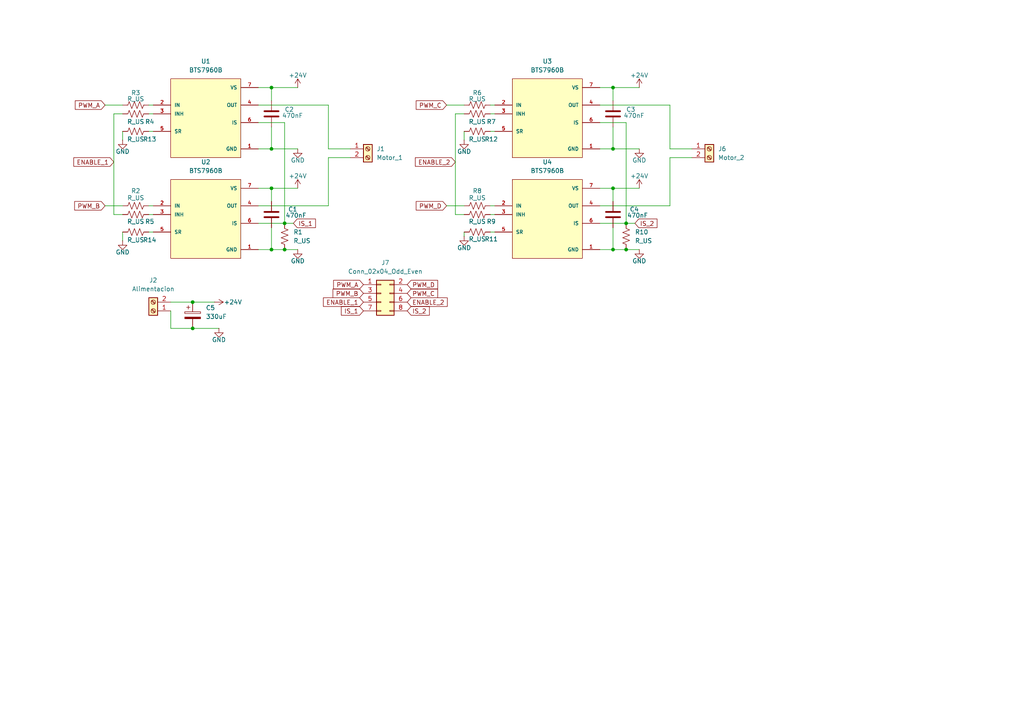
<source format=kicad_sch>
(kicad_sch (version 20250114) (generator "eeschema") (generator_version "9.0")
  (paper "A4")
  (lib_symbols
    (symbol "Connector:Screw_Terminal_01x02" (pin_names (offset 1.016) (hide yes))
      (property "Reference" "J" (at 0 2.54 0))
      (property "Value" "Screw_Terminal_01x02" (at 0 -5.08 0))
      (symbol "Screw_Terminal_01x02_1_1"
        (rectangle (start -1.27 1.27) (end 1.27 -3.81) (stroke (width 0.254)) (fill (type background)))
        (polyline (pts (xy -0.5334 0.3302) (xy 0.3302 -0.508)) (stroke (width 0.1524)))
        (polyline (pts (xy -0.5334 -2.2098) (xy 0.3302 -3.048)) (stroke (width 0.1524)))
        (polyline (pts (xy -0.3556 0.508) (xy 0.508 -0.3302)) (stroke (width 0.1524)))
        (polyline (pts (xy -0.3556 -2.032) (xy 0.508 -2.8702)) (stroke (width 0.1524)))
        (circle (center 0 0) (radius 0.635) (stroke (width 0.1524)))
        (circle (center 0 -2.54) (radius 0.635) (stroke (width 0.1524)))
        (pin passive line (at -5.08 0 0) (length 3.81) (name "Pin_1") (number "1"))
        (pin passive line (at -5.08 -2.54 0) (length 3.81) (name "Pin_2") (number "2"))
      )
    )
    (symbol "Connector_Generic:Conn_02x04_Odd_Even" (pin_names (offset 1.016) (hide yes))
      (property "Reference" "J" (at 1.27 5.08 0))
      (property "Value" "Conn_02x04_Odd_Even" (at 1.27 -7.62 0))
      (symbol "Conn_02x04_Odd_Even_1_1"
        (rectangle (start -1.27 3.81) (end 3.81 -6.35) (stroke (width 0.254)) (fill (type background)))
        (rectangle (start -1.27 2.667) (end 0 2.413) (stroke (width 0.1524)))
        (rectangle (start -1.27 0.127) (end 0 -0.127) (stroke (width 0.1524)))
        (rectangle (start -1.27 -2.413) (end 0 -2.667) (stroke (width 0.1524)))
        (rectangle (start -1.27 -4.953) (end 0 -5.207) (stroke (width 0.1524)))
        (rectangle (start 3.81 2.667) (end 2.54 2.413) (stroke (width 0.1524)))
        (rectangle (start 3.81 0.127) (end 2.54 -0.127) (stroke (width 0.1524)))
        (rectangle (start 3.81 -2.413) (end 2.54 -2.667) (stroke (width 0.1524)))
        (rectangle (start 3.81 -4.953) (end 2.54 -5.207) (stroke (width 0.1524)))
        (pin passive line (at -5.08 2.54 0) (length 3.81) (name "Pin_1") (number "1"))
        (pin passive line (at -5.08 0 0) (length 3.81) (name "Pin_3") (number "3"))
        (pin passive line (at -5.08 -2.54 0) (length 3.81) (name "Pin_5") (number "5"))
        (pin passive line (at -5.08 -5.08 0) (length 3.81) (name "Pin_7") (number "7"))
        (pin passive line (at 7.62 2.54 180) (length 3.81) (name "Pin_2") (number "2"))
        (pin passive line (at 7.62 0 180) (length 3.81) (name "Pin_4") (number "4"))
        (pin passive line (at 7.62 -2.54 180) (length 3.81) (name "Pin_6") (number "6"))
        (pin passive line (at 7.62 -5.08 180) (length 3.81) (name "Pin_8") (number "8"))
      )
    )
    (symbol "Device:C" (pin_numbers (hide yes)) (pin_names (offset 0.254))
      (property "Reference" "C" (at 0.635 2.54 0))
      (property "Value" "C" (at 0.635 -2.54 0))
      (symbol "C_0_1"
        (polyline (pts (xy -2.032 0.762) (xy 2.032 0.762)) (stroke (width 0.508)))
        (polyline (pts (xy -2.032 -0.762) (xy 2.032 -0.762)) (stroke (width 0.508)))
      )
      (symbol "C_1_1"
        (pin passive line (at 0 3.81 270) (length 2.794) (name "~") (number "1"))
        (pin passive line (at 0 -3.81 90) (length 2.794) (name "~") (number "2"))
      )
    )
    (symbol "Device:C_Polarized" (pin_numbers (hide yes)) (pin_names (offset 0.254))
      (property "Reference" "C" (at 0.635 2.54 0))
      (property "Value" "C_Polarized" (at 0.635 -2.54 0))
      (symbol "C_Polarized_0_1"
        (rectangle (start -2.286 0.508) (end 2.286 1.016))
        (polyline (pts (xy -1.778 2.286) (xy -0.762 2.286)))
        (polyline (pts (xy -1.27 2.794) (xy -1.27 1.778)))
        (rectangle (start 2.286 -0.508) (end -2.286 -1.016) (fill (type outline)))
      )
      (symbol "C_Polarized_1_1"
        (pin passive line (at 0 3.81 270) (length 2.794) (name "~") (number "1"))
        (pin passive line (at 0 -3.81 90) (length 2.794) (name "~") (number "2"))
      )
    )
    (symbol "Device:R_US" (pin_numbers (hide yes)) (pin_names (offset 0))
      (property "Reference" "R" (at 2.54 0 90))
      (property "Value" "R_US" (at -2.54 0 90))
      (symbol "R_US_0_1"
        (polyline (pts (xy 0 2.286) (xy 0 2.54)))
        (polyline (pts (xy 0 2.286) (xy 1.016 1.905) (xy 0 1.524) (xy -1.016 1.143) (xy 0 0.762)))
        (polyline (pts (xy 0 0.762) (xy 1.016 0.381) (xy 0 0) (xy -1.016 -0.381) (xy 0 -0.762)))
        (polyline (pts (xy 0 -0.762) (xy 1.016 -1.143) (xy 0 -1.524) (xy -1.016 -1.905) (xy 0 -2.286)))
        (polyline (pts (xy 0 -2.286) (xy 0 -2.54)))
      )
      (symbol "R_US_1_1"
        (pin passive line (at 0 3.81 270) (length 1.27) (name "~") (number "1"))
        (pin passive line (at 0 -3.81 90) (length 1.27) (name "~") (number "2"))
      )
    )
    (symbol "Electronianos_Lib:BTS7960B" (pin_names (offset 1.016))
      (property "Reference" "U" (at -10.16 10.922 0))
      (property "Value" "BTS7960B" (at -10.16 -15.24 0))
      (symbol "BTS7960B_0_0"
        (rectangle (start -10.16 -12.7) (end 10.16 10.16) (stroke (width 0.1524)) (fill (type background)))
        (pin input line (at -15.24 2.54 0) (length 5.08) (name "IN") (number "2"))
        (pin input line (at -15.24 0 0) (length 5.08) (name "INH") (number "3"))
        (pin input line (at -15.24 -5.08 0) (length 5.08) (name "SR") (number "5"))
        (pin power_in line (at 15.24 7.62 180) (length 5.08) (name "VS") (number "7"))
        (pin output line (at 15.24 2.54 180) (length 5.08) (name "OUT") (number "4"))
        (pin output line (at 15.24 2.54 180) (length 5.08) (hide yes) (name "OUT") (number "8"))
        (pin output line (at 15.24 -2.54 180) (length 5.08) (name "IS") (number "6"))
        (pin power_in line (at 15.24 -10.16 180) (length 5.08) (name "GND") (number "1"))
      )
    )
    (symbol "power:+24V" (power) (pin_numbers (hide yes)) (pin_names (offset 0) (hide yes))
      (property "Value" "+24V" (at 0 3.556 0))
      (symbol "+24V_0_1"
        (polyline (pts (xy -0.762 1.27) (xy 0 2.54)))
        (polyline (pts (xy 0 2.54) (xy 0.762 1.27)))
        (polyline (pts (xy 0 0) (xy 0 2.54)))
      )
      (symbol "+24V_1_1"
        (pin power_in line (at 0 0 90) (length 0) (name "~") (number "1"))
      )
    )
    (symbol "power:GND" (power) (pin_numbers (hide yes)) (pin_names (offset 0) (hide yes))
      (property "Value" "GND" (at 0 -3.81 0))
      (symbol "GND_0_1"
        (polyline (pts (xy 0 0) (xy 0 -1.27) (xy 1.27 -1.27) (xy 0 -2.54) (xy -1.27 -1.27) (xy 0 -1.27)))
      )
      (symbol "GND_1_1"
        (pin power_in line (at 0 0 270) (length 0) (name "~") (number "1"))
      )
    )
  )
  (junction (at 177.8 54.61))
  (junction (at 177.8 72.39))
  (junction (at 78.74 72.39))
  (junction (at 78.74 43.18))
  (junction (at 177.8 25.4))
  (junction (at 181.61 64.77))
  (junction (at 181.61 72.39))
  (junction (at 177.8 43.18))
  (junction (at 78.74 54.61))
  (junction (at 55.88 87.63))
  (junction (at 78.74 25.4))
  (junction (at 82.55 72.39))
  (junction (at 55.88 95.25))
  (junction (at 82.55 64.77))
  (wire (pts (xy 194.31 59.69) (xy 194.31 45.72)))
  (wire (pts (xy 177.8 66.04) (xy 177.8 72.39)))
  (wire (pts (xy 142.24 67.31) (xy 143.51 67.31)))
  (wire (pts (xy 185.42 72.39) (xy 181.61 72.39)))
  (wire (pts (xy 86.36 25.4) (xy 78.74 25.4)))
  (wire (pts (xy 55.88 87.63) (xy 49.53 87.63)))
  (wire (pts (xy 177.8 36.83) (xy 177.8 43.18)))
  (wire (pts (xy 82.55 35.56) (xy 82.55 64.77)))
  (wire (pts (xy 55.88 95.25) (xy 49.53 95.25)))
  (wire (pts (xy 177.8 54.61) (xy 177.8 58.42)))
  (wire (pts (xy 86.36 54.61) (xy 78.74 54.61)))
  (wire (pts (xy 194.31 30.48) (xy 194.31 43.18)))
  (wire (pts (xy 78.74 43.18) (xy 74.93 43.18)))
  (wire (pts (xy 134.62 33.02) (xy 132.08 33.02)))
  (wire (pts (xy 143.51 33.02) (xy 142.24 33.02)))
  (wire (pts (xy 33.02 62.23) (xy 35.56 62.23)))
  (wire (pts (xy 35.56 33.02) (xy 33.02 33.02)))
  (wire (pts (xy 194.31 45.72) (xy 200.66 45.72)))
  (wire (pts (xy 184.15 64.77) (xy 181.61 64.77)))
  (wire (pts (xy 30.48 30.48) (xy 35.56 30.48)))
  (wire (pts (xy 30.48 59.69) (xy 35.56 59.69)))
  (wire (pts (xy 35.56 67.31) (xy 35.56 69.85)))
  (wire (pts (xy 43.18 30.48) (xy 44.45 30.48)))
  (wire (pts (xy 181.61 72.39) (xy 177.8 72.39)))
  (wire (pts (xy 78.74 54.61) (xy 74.93 54.61)))
  (wire (pts (xy 142.24 62.23) (xy 143.51 62.23)))
  (wire (pts (xy 43.18 62.23) (xy 44.45 62.23)))
  (wire (pts (xy 129.54 59.69) (xy 134.62 59.69)))
  (wire (pts (xy 74.93 35.56) (xy 82.55 35.56)))
  (wire (pts (xy 62.23 87.63) (xy 55.88 87.63)))
  (wire (pts (xy 95.25 45.72) (xy 101.6 45.72)))
  (wire (pts (xy 43.18 67.31) (xy 44.45 67.31)))
  (wire (pts (xy 173.99 30.48) (xy 194.31 30.48)))
  (wire (pts (xy 177.8 25.4) (xy 177.8 29.21)))
  (wire (pts (xy 43.18 59.69) (xy 44.45 59.69)))
  (wire (pts (xy 181.61 64.77) (xy 173.99 64.77)))
  (wire (pts (xy 177.8 54.61) (xy 173.99 54.61)))
  (wire (pts (xy 134.62 38.1) (xy 134.62 40.64)))
  (wire (pts (xy 33.02 33.02) (xy 33.02 62.23)))
  (wire (pts (xy 85.09 64.77) (xy 82.55 64.77)))
  (wire (pts (xy 78.74 66.04) (xy 78.74 72.39)))
  (wire (pts (xy 63.5 95.25) (xy 55.88 95.25)))
  (wire (pts (xy 78.74 43.18) (xy 86.36 43.18)))
  (wire (pts (xy 74.93 59.69) (xy 95.25 59.69)))
  (wire (pts (xy 194.31 43.18) (xy 200.66 43.18)))
  (wire (pts (xy 74.93 30.48) (xy 95.25 30.48)))
  (wire (pts (xy 78.74 72.39) (xy 74.93 72.39)))
  (wire (pts (xy 142.24 59.69) (xy 143.51 59.69)))
  (wire (pts (xy 142.24 30.48) (xy 143.51 30.48)))
  (wire (pts (xy 49.53 95.25) (xy 49.53 90.17)))
  (wire (pts (xy 142.24 38.1) (xy 143.51 38.1)))
  (wire (pts (xy 78.74 25.4) (xy 78.74 29.21)))
  (wire (pts (xy 177.8 43.18) (xy 185.42 43.18)))
  (wire (pts (xy 82.55 72.39) (xy 78.74 72.39)))
  (wire (pts (xy 82.55 64.77) (xy 74.93 64.77)))
  (wire (pts (xy 95.25 59.69) (xy 95.25 45.72)))
  (wire (pts (xy 134.62 67.31) (xy 134.62 68.58)))
  (wire (pts (xy 177.8 72.39) (xy 173.99 72.39)))
  (wire (pts (xy 43.18 38.1) (xy 44.45 38.1)))
  (wire (pts (xy 86.36 72.39) (xy 82.55 72.39)))
  (wire (pts (xy 78.74 54.61) (xy 78.74 58.42)))
  (wire (pts (xy 78.74 36.83) (xy 78.74 43.18)))
  (wire (pts (xy 44.45 33.02) (xy 43.18 33.02)))
  (wire (pts (xy 95.25 43.18) (xy 101.6 43.18)))
  (wire (pts (xy 177.8 43.18) (xy 173.99 43.18)))
  (wire (pts (xy 185.42 25.4) (xy 177.8 25.4)))
  (wire (pts (xy 173.99 35.56) (xy 181.61 35.56)))
  (wire (pts (xy 132.08 33.02) (xy 132.08 62.23)))
  (wire (pts (xy 181.61 35.56) (xy 181.61 64.77)))
  (wire (pts (xy 173.99 59.69) (xy 194.31 59.69)))
  (wire (pts (xy 132.08 62.23) (xy 134.62 62.23)))
  (wire (pts (xy 129.54 30.48) (xy 134.62 30.48)))
  (wire (pts (xy 78.74 25.4) (xy 74.93 25.4)))
  (wire (pts (xy 95.25 30.48) (xy 95.25 43.18)))
  (wire (pts (xy 185.42 54.61) (xy 177.8 54.61)))
  (wire (pts (xy 35.56 38.1) (xy 35.56 40.64)))
  (wire (pts (xy 177.8 25.4) (xy 173.99 25.4)))
  (global_label "PWM_D" (shape input) (at 118.11 82.55 0) (property "Intersheetrefs" "${INTERSHEET_REFS}" (effects (hide yes))))
  (global_label "IS_2" (shape input) (at 184.15 64.77 0) (property "Intersheetrefs" "${INTERSHEET_REFS}" (effects (hide yes))))
  (global_label "PWM_A" (shape input) (at 30.48 30.48 180) (property "Intersheetrefs" "${INTERSHEET_REFS}" (effects (hide yes))))
  (global_label "IS_2" (shape input) (at 118.11 90.17 0) (property "Intersheetrefs" "${INTERSHEET_REFS}" (effects (hide yes))))
  (global_label "ENABLE_1" (shape input) (at 105.41 87.63 180) (property "Intersheetrefs" "${INTERSHEET_REFS}" (effects (hide yes))))
  (global_label "PWM_A" (shape input) (at 105.41 82.55 180) (property "Intersheetrefs" "${INTERSHEET_REFS}" (effects (hide yes))))
  (global_label "PWM_C" (shape input) (at 129.54 30.48 180) (property "Intersheetrefs" "${INTERSHEET_REFS}" (effects (hide yes))))
  (global_label "ENABLE_2" (shape input) (at 132.08 46.99 180) (property "Intersheetrefs" "${INTERSHEET_REFS}" (effects (hide yes))))
  (global_label "ENABLE_2" (shape input) (at 118.11 87.63 0) (property "Intersheetrefs" "${INTERSHEET_REFS}" (effects (hide yes))))
  (global_label "IS_1" (shape input) (at 105.41 90.17 180) (property "Intersheetrefs" "${INTERSHEET_REFS}" (effects (hide yes))))
  (global_label "PWM_B" (shape input) (at 105.41 85.09 180) (property "Intersheetrefs" "${INTERSHEET_REFS}" (effects (hide yes))))
  (global_label "PWM_D" (shape input) (at 129.54 59.69 180) (property "Intersheetrefs" "${INTERSHEET_REFS}" (effects (hide yes))))
  (global_label "PWM_C" (shape input) (at 118.11 85.09 0) (property "Intersheetrefs" "${INTERSHEET_REFS}" (effects (hide yes))))
  (global_label "PWM_B" (shape input) (at 30.48 59.69 180) (property "Intersheetrefs" "${INTERSHEET_REFS}" (effects (hide yes))))
  (global_label "ENABLE_1" (shape input) (at 33.02 46.99 180) (property "Intersheetrefs" "${INTERSHEET_REFS}" (effects (hide yes))))
  (global_label "IS_1" (shape input) (at 85.09 64.77 0) (property "Intersheetrefs" "${INTERSHEET_REFS}" (effects (hide yes))))
  (symbol (lib_id "Device:R_US") (at 39.37 33.02 270) (unit 1)
    (property "Reference" "R4" (at 43.434 35.306 90))
    (property "Value" "R_US" (at 39.37 35.306 90))
    (property "Footprint" "Resistor_SMD:R_0805_2012Metric_Pad1.20x1.40mm_HandSolder" (effects (hide yes)))
    (property "Description" "Resistor, US symbol" (effects (hide yes)))
  )
  (symbol (lib_id "Device:R_US") (at 39.37 38.1 270) (unit 1)
    (property "Reference" "R13" (at 43.434 40.386 90))
    (property "Value" "R_US" (at 39.37 40.386 90))
    (property "Footprint" "Resistor_SMD:R_0805_2012Metric_Pad1.20x1.40mm_HandSolder" (effects (hide yes)))
    (property "Description" "Resistor, US symbol" (effects (hide yes)))
  )
  (symbol (lib_id "Device:R_US") (at 39.37 67.31 270) (unit 1)
    (property "Reference" "R14" (at 43.434 69.596 90))
    (property "Value" "R_US" (at 39.37 69.596 90))
    (property "Footprint" "Resistor_SMD:R_0805_2012Metric_Pad1.20x1.40mm_HandSolder" (effects (hide yes)))
    (property "Description" "Resistor, US symbol" (effects (hide yes)))
  )
  (symbol (lib_id "Electronianos_Lib:BTS7960B") (at 59.69 33.02 0) (unit 1)
    (property "Reference" "U1" (at 59.69 17.78 0))
    (property "Value" "BTS7960B" (at 59.69 20.32 0))
    (property "Footprint" "Electronianos_Lib:BTS7960B_DPAK127P1490X440-8N" (effects (hide yes)))
    (property "MF" "Infineon" (effects (hide yes)))
    (property "MAXIMUM_PACKAGE_HEIGHT" "4.4mm" (effects (hide yes)))
    (property "Package" "TO-263 Infineon" (effects (hide yes)))
    (property "Price" "None" (effects (hide yes)))
    (property "Check_prices" "https://www.snapeda.com/parts/BTS7960B/Infineon/view-part/?ref=eda" (effects (hide yes)))
    (property "STANDARD" "IPC-7351B" (effects (hide yes)))
    (property "PARTREV" "1.1" (effects (hide yes)))
    (property "SnapEDA_Link" "https://www.snapeda.com/parts/BTS7960B/Infineon/view-part/?ref=snap" (effects (hide yes)))
    (property "MP" "BTS7960B" (effects (hide yes)))
    (property "Purchase-URL" "https://www.snapeda.com/api/url_track_click_mouser/?unipart_id=567474&manufacturer=Infineon&part_name=BTS7960B&search_term=None" (effects (hide yes)))
    (property "Description_1" "Half Bridge Driver DC Motors, General Purpose DMOS PG-TO263-7-1" (effects (hide yes)))
    (property "Availability" "In Stock" (effects (hide yes)))
    (property "MANUFACTURER" "Infineon" (effects (hide yes)))
  )
  (symbol (lib_id "power:+24V") (at 86.36 25.4 0) (unit 1)
    (property "Reference" "#PWR07" (effects (hide yes)))
    (property "Value" "+24V" (at 86.36 21.844 0))
    (property "Description" "Power symbol creates a global label with name \"+24V\"" (effects (hide yes)))
  )
  (symbol (lib_id "power:GND") (at 86.36 43.18 0) (unit 1)
    (property "Reference" "#PWR04" (effects (hide yes)))
    (property "Value" "GND" (at 86.36 46.482 0))
    (property "Description" "Power symbol creates a global label with name \"GND\" , ground" (effects (hide yes)))
  )
  (symbol (lib_id "Device:C_Polarized") (at 55.88 91.44 0) (unit 1)
    (property "Reference" "C5" (at 59.69 89.2809 0) (effects (justify left)))
    (property "Value" "330uF" (at 59.69 91.8209 0) (effects (justify left)))
    (property "Footprint" "Capacitor_THT:CP_Radial_D8.0mm_P3.80mm" (effects (hide yes)))
    (property "Description" "Polarized capacitor" (effects (hide yes)))
  )
  (symbol (lib_id "Device:R_US") (at 138.43 62.23 270) (unit 1)
    (property "Reference" "R9" (at 142.494 64.262 90))
    (property "Value" "R_US" (at 138.43 64.262 90))
    (property "Footprint" "Resistor_SMD:R_0805_2012Metric_Pad1.20x1.40mm_HandSolder" (effects (hide yes)))
    (property "Description" "Resistor, US symbol" (effects (hide yes)))
  )
  (symbol (lib_id "Device:C") (at 78.74 33.02 0) (unit 1)
    (property "Reference" "C2" (at 82.55 31.7499 0) (effects (justify left)))
    (property "Value" "470nF" (at 81.788 33.528 0) (effects (justify left)))
    (property "Footprint" "Capacitor_SMD:C_0805_2012Metric_Pad1.18x1.45mm_HandSolder" (effects (hide yes)))
    (property "Description" "Unpolarized capacitor" (effects (hide yes)))
  )
  (symbol (lib_id "Device:R_US") (at 181.61 68.58 0) (unit 1)
    (property "Reference" "R10" (at 184.15 67.3099 0) (effects (justify left)))
    (property "Value" "R_US" (at 184.15 69.8499 0) (effects (justify left)))
    (property "Footprint" "Resistor_SMD:R_0805_2012Metric_Pad1.20x1.40mm_HandSolder" (effects (hide yes)))
    (property "Description" "Resistor, US symbol" (effects (hide yes)))
  )
  (symbol (lib_id "Connector_Generic:Conn_02x04_Odd_Even") (at 110.49 85.09 0) (unit 1)
    (property "Reference" "J7" (at 111.76 76.2 0))
    (property "Value" "Conn_02x04_Odd_Even" (at 111.76 78.74 0))
    (property "Footprint" "Connector_PinHeader_2.54mm:PinHeader_2x04_P2.54mm_Horizontal" (effects (hide yes)))
    (property "Description" "Generic connector, double row, 02x04, odd/even pin numbering scheme (row 1 odd numbers, row 2 even numbers), script generated (kicad-library-utils/schlib/autogen/connector/)" (effects (hide yes)))
  )
  (symbol (lib_id "Electronianos_Lib:BTS7960B") (at 59.69 62.23 0) (unit 1)
    (property "Reference" "U2" (at 59.69 46.99 0))
    (property "Value" "BTS7960B" (at 59.69 49.53 0))
    (property "Footprint" "Electronianos_Lib:BTS7960B_DPAK127P1490X440-8N" (effects (hide yes)))
    (property "MF" "Infineon" (effects (hide yes)))
    (property "MAXIMUM_PACKAGE_HEIGHT" "4.4mm" (effects (hide yes)))
    (property "Package" "TO-263 Infineon" (effects (hide yes)))
    (property "Price" "None" (effects (hide yes)))
    (property "Check_prices" "https://www.snapeda.com/parts/BTS7960B/Infineon/view-part/?ref=eda" (effects (hide yes)))
    (property "STANDARD" "IPC-7351B" (effects (hide yes)))
    (property "PARTREV" "1.1" (effects (hide yes)))
    (property "SnapEDA_Link" "https://www.snapeda.com/parts/BTS7960B/Infineon/view-part/?ref=snap" (effects (hide yes)))
    (property "MP" "BTS7960B" (effects (hide yes)))
    (property "Purchase-URL" "https://www.snapeda.com/api/url_track_click_mouser/?unipart_id=567474&manufacturer=Infineon&part_name=BTS7960B&search_term=None" (effects (hide yes)))
    (property "Description_1" "Half Bridge Driver DC Motors, General Purpose DMOS PG-TO263-7-1" (effects (hide yes)))
    (property "Availability" "In Stock" (effects (hide yes)))
    (property "MANUFACTURER" "Infineon" (effects (hide yes)))
  )
  (symbol (lib_id "Device:R_US") (at 138.43 59.69 270) (unit 1)
    (property "Reference" "R8" (at 138.43 55.372 90))
    (property "Value" "R_US" (at 138.43 57.404 90))
    (property "Footprint" "Resistor_SMD:R_0805_2012Metric_Pad1.20x1.40mm_HandSolder" (effects (hide yes)))
    (property "Description" "Resistor, US symbol" (effects (hide yes)))
  )
  (symbol (lib_id "Device:C") (at 78.74 62.23 0) (unit 1)
    (property "Reference" "C1" (at 83.566 60.706 0) (effects (justify left)))
    (property "Value" "470nF" (at 82.804 62.484 0) (effects (justify left)))
    (property "Footprint" "Capacitor_SMD:C_0805_2012Metric_Pad1.18x1.45mm_HandSolder" (effects (hide yes)))
    (property "Description" "Unpolarized capacitor" (effects (hide yes)))
  )
  (symbol (lib_id "power:GND") (at 134.62 40.64 0) (unit 1)
    (property "Reference" "#PWR05" (effects (hide yes)))
    (property "Value" "GND" (at 134.62 43.942 0))
    (property "Description" "Power symbol creates a global label with name \"GND\" , ground" (effects (hide yes)))
  )
  (symbol (lib_id "Device:R_US") (at 138.43 38.1 270) (unit 1)
    (property "Reference" "R12" (at 142.494 40.386 90))
    (property "Value" "R_US" (at 138.43 40.386 90))
    (property "Footprint" "Resistor_SMD:R_0805_2012Metric_Pad1.20x1.40mm_HandSolder" (effects (hide yes)))
    (property "Description" "Resistor, US symbol" (effects (hide yes)))
  )
  (symbol (lib_id "Device:C") (at 177.8 33.02 0) (unit 1)
    (property "Reference" "C3" (at 181.61 31.7499 0) (effects (justify left)))
    (property "Value" "470nF" (at 180.848 33.528 0) (effects (justify left)))
    (property "Footprint" "Capacitor_SMD:C_0805_2012Metric_Pad1.18x1.45mm_HandSolder" (effects (hide yes)))
    (property "Description" "Unpolarized capacitor" (effects (hide yes)))
  )
  (symbol (lib_id "power:GND") (at 134.62 68.58 0) (unit 1)
    (property "Reference" "#PWR08" (effects (hide yes)))
    (property "Value" "GND" (at 134.62 71.882 0))
    (property "Description" "Power symbol creates a global label with name \"GND\" , ground" (effects (hide yes)))
  )
  (symbol (lib_id "Electronianos_Lib:BTS7960B") (at 158.75 62.23 0) (unit 1)
    (property "Reference" "U4" (at 158.75 46.99 0))
    (property "Value" "BTS7960B" (at 158.75 49.53 0))
    (property "Footprint" "Electronianos_Lib:BTS7960B_DPAK127P1490X440-8N" (effects (hide yes)))
    (property "MF" "Infineon" (effects (hide yes)))
    (property "MAXIMUM_PACKAGE_HEIGHT" "4.4mm" (effects (hide yes)))
    (property "Package" "TO-263 Infineon" (effects (hide yes)))
    (property "Price" "None" (effects (hide yes)))
    (property "Check_prices" "https://www.snapeda.com/parts/BTS7960B/Infineon/view-part/?ref=eda" (effects (hide yes)))
    (property "STANDARD" "IPC-7351B" (effects (hide yes)))
    (property "PARTREV" "1.1" (effects (hide yes)))
    (property "SnapEDA_Link" "https://www.snapeda.com/parts/BTS7960B/Infineon/view-part/?ref=snap" (effects (hide yes)))
    (property "MP" "BTS7960B" (effects (hide yes)))
    (property "Purchase-URL" "https://www.snapeda.com/api/url_track_click_mouser/?unipart_id=567474&manufacturer=Infineon&part_name=BTS7960B&search_term=None" (effects (hide yes)))
    (property "Description_1" "Half Bridge Driver DC Motors, General Purpose DMOS PG-TO263-7-1" (effects (hide yes)))
    (property "Availability" "In Stock" (effects (hide yes)))
    (property "MANUFACTURER" "Infineon" (effects (hide yes)))
  )
  (symbol (lib_id "Connector:Screw_Terminal_01x02") (at 205.74 43.18 0) (unit 1)
    (property "Reference" "J6" (at 208.28 43.1799 0) (effects (justify left)))
    (property "Value" "Motor_2" (at 208.28 45.7199 0) (effects (justify left)))
    (property "Footprint" "Connector_AMASS:AMASS_XT30UPB-F_1x02_P5.0mm_Vertical" (effects (hide yes)))
    (property "Description" "Generic screw terminal, single row, 01x02, script generated (kicad-library-utils/schlib/autogen/connector/)" (effects (hide yes)))
  )
  (symbol (lib_id "Device:C") (at 177.8 62.23 0) (unit 1)
    (property "Reference" "C4" (at 182.626 60.706 0) (effects (justify left)))
    (property "Value" "470nF" (at 181.864 62.484 0) (effects (justify left)))
    (property "Footprint" "Capacitor_SMD:C_0805_2012Metric_Pad1.18x1.45mm_HandSolder" (effects (hide yes)))
    (property "Description" "Unpolarized capacitor" (effects (hide yes)))
  )
  (symbol (lib_id "Connector:Screw_Terminal_01x02") (at 44.45 90.17 180) (unit 1)
    (property "Reference" "J2" (at 44.45 81.28 0))
    (property "Value" "Alimentacion" (at 44.45 83.82 0))
    (property "Footprint" "Connector_AMASS:AMASS_XT30UPB-F_1x02_P5.0mm_Vertical" (effects (hide yes)))
    (property "Description" "Generic screw terminal, single row, 01x02, script generated (kicad-library-utils/schlib/autogen/connector/)" (effects (hide yes)))
  )
  (symbol (lib_id "Device:R_US") (at 138.43 30.48 270) (unit 1)
    (property "Reference" "R6" (at 138.43 26.924 90))
    (property "Value" "R_US" (at 138.43 28.702 90))
    (property "Footprint" "Resistor_SMD:R_0805_2012Metric_Pad1.20x1.40mm_HandSolder" (effects (hide yes)))
    (property "Description" "Resistor, US symbol" (effects (hide yes)))
  )
  (symbol (lib_id "Device:R_US") (at 138.43 33.02 270) (unit 1)
    (property "Reference" "R7" (at 142.494 35.306 90))
    (property "Value" "R_US" (at 138.43 35.306 90))
    (property "Footprint" "Resistor_SMD:R_0805_2012Metric_Pad1.20x1.40mm_HandSolder" (effects (hide yes)))
    (property "Description" "Resistor, US symbol" (effects (hide yes)))
  )
  (symbol (lib_id "power:+24V") (at 185.42 25.4 0) (unit 1)
    (property "Reference" "#PWR09" (effects (hide yes)))
    (property "Value" "+24V" (at 185.42 21.844 0))
    (property "Description" "Power symbol creates a global label with name \"+24V\"" (effects (hide yes)))
  )
  (symbol (lib_id "Electronianos_Lib:BTS7960B") (at 158.75 33.02 0) (unit 1)
    (property "Reference" "U3" (at 158.75 17.78 0))
    (property "Value" "BTS7960B" (at 158.75 20.32 0))
    (property "Footprint" "Electronianos_Lib:BTS7960B_DPAK127P1490X440-8N" (effects (hide yes)))
    (property "MF" "Infineon" (effects (hide yes)))
    (property "MAXIMUM_PACKAGE_HEIGHT" "4.4mm" (effects (hide yes)))
    (property "Package" "TO-263 Infineon" (effects (hide yes)))
    (property "Price" "None" (effects (hide yes)))
    (property "Check_prices" "https://www.snapeda.com/parts/BTS7960B/Infineon/view-part/?ref=eda" (effects (hide yes)))
    (property "STANDARD" "IPC-7351B" (effects (hide yes)))
    (property "PARTREV" "1.1" (effects (hide yes)))
    (property "SnapEDA_Link" "https://www.snapeda.com/parts/BTS7960B/Infineon/view-part/?ref=snap" (effects (hide yes)))
    (property "MP" "BTS7960B" (effects (hide yes)))
    (property "Purchase-URL" "https://www.snapeda.com/api/url_track_click_mouser/?unipart_id=567474&manufacturer=Infineon&part_name=BTS7960B&search_term=None" (effects (hide yes)))
    (property "Description_1" "Half Bridge Driver DC Motors, General Purpose DMOS PG-TO263-7-1" (effects (hide yes)))
    (property "Availability" "In Stock" (effects (hide yes)))
    (property "MANUFACTURER" "Infineon" (effects (hide yes)))
  )
  (symbol (lib_id "power:GND") (at 63.5 95.25 0) (unit 1)
    (property "Reference" "#PWR015" (effects (hide yes)))
    (property "Value" "GND" (at 63.5 98.552 0))
    (property "Description" "Power symbol creates a global label with name \"GND\" , ground" (effects (hide yes)))
  )
  (symbol (lib_id "power:GND") (at 86.36 72.39 0) (unit 1)
    (property "Reference" "#PWR01" (effects (hide yes)))
    (property "Value" "GND" (at 86.36 75.692 0))
    (property "Description" "Power symbol creates a global label with name \"GND\" , ground" (effects (hide yes)))
  )
  (symbol (lib_id "Device:R_US") (at 39.37 59.69 270) (unit 1)
    (property "Reference" "R2" (at 39.37 55.372 90))
    (property "Value" "R_US" (at 39.37 57.404 90))
    (property "Footprint" "Resistor_SMD:R_0805_2012Metric_Pad1.20x1.40mm_HandSolder" (effects (hide yes)))
    (property "Description" "Resistor, US symbol" (effects (hide yes)))
  )
  (symbol (lib_id "power:+24V") (at 86.36 54.61 0) (unit 1)
    (property "Reference" "#PWR06" (effects (hide yes)))
    (property "Value" "+24V" (at 86.36 51.054 0))
    (property "Description" "Power symbol creates a global label with name \"+24V\"" (effects (hide yes)))
  )
  (symbol (lib_id "Device:R_US") (at 138.43 67.31 270) (unit 1)
    (property "Reference" "R11" (at 142.494 69.342 90))
    (property "Value" "R_US" (at 138.43 69.342 90))
    (property "Footprint" "Resistor_SMD:R_0805_2012Metric_Pad1.20x1.40mm_HandSolder" (effects (hide yes)))
    (property "Description" "Resistor, US symbol" (effects (hide yes)))
  )
  (symbol (lib_id "Connector:Screw_Terminal_01x02") (at 106.68 43.18 0) (unit 1)
    (property "Reference" "J1" (at 109.22 43.1799 0) (effects (justify left)))
    (property "Value" "Motor_1" (at 109.22 45.7199 0) (effects (justify left)))
    (property "Footprint" "Connector_AMASS:AMASS_XT30UPB-F_1x02_P5.0mm_Vertical" (effects (hide yes)))
    (property "Description" "Generic screw terminal, single row, 01x02, script generated (kicad-library-utils/schlib/autogen/connector/)" (effects (hide yes)))
  )
  (symbol (lib_id "Device:R_US") (at 39.37 62.23 270) (unit 1)
    (property "Reference" "R5" (at 43.434 64.262 90))
    (property "Value" "R_US" (at 39.37 64.262 90))
    (property "Footprint" "Resistor_SMD:R_0805_2012Metric_Pad1.20x1.40mm_HandSolder" (effects (hide yes)))
    (property "Description" "Resistor, US symbol" (effects (hide yes)))
  )
  (symbol (lib_id "Device:R_US") (at 82.55 68.58 0) (unit 1)
    (property "Reference" "R1" (at 85.09 67.3099 0) (effects (justify left)))
    (property "Value" "R_US" (at 85.09 69.8499 0) (effects (justify left)))
    (property "Footprint" "Resistor_SMD:R_0805_2012Metric_Pad1.20x1.40mm_HandSolder" (effects (hide yes)))
    (property "Description" "Resistor, US symbol" (effects (hide yes)))
  )
  (symbol (lib_id "power:+24V") (at 185.42 54.61 0) (unit 1)
    (property "Reference" "#PWR011" (effects (hide yes)))
    (property "Value" "+24V" (at 185.42 51.054 0))
    (property "Description" "Power symbol creates a global label with name \"+24V\"" (effects (hide yes)))
  )
  (symbol (lib_id "power:GND") (at 185.42 72.39 0) (unit 1)
    (property "Reference" "#PWR012" (effects (hide yes)))
    (property "Value" "GND" (at 185.42 75.692 0))
    (property "Description" "Power symbol creates a global label with name \"GND\" , ground" (effects (hide yes)))
  )
  (symbol (lib_id "power:GND") (at 185.42 43.18 0) (unit 1)
    (property "Reference" "#PWR010" (effects (hide yes)))
    (property "Value" "GND" (at 185.42 46.482 0))
    (property "Description" "Power symbol creates a global label with name \"GND\" , ground" (effects (hide yes)))
  )
  (symbol (lib_id "Device:R_US") (at 39.37 30.48 270) (unit 1)
    (property "Reference" "R3" (at 39.37 26.924 90))
    (property "Value" "R_US" (at 39.37 28.702 90))
    (property "Footprint" "Resistor_SMD:R_0805_2012Metric_Pad1.20x1.40mm_HandSolder" (effects (hide yes)))
    (property "Description" "Resistor, US symbol" (effects (hide yes)))
  )
  (symbol (lib_id "power:+24V") (at 62.23 87.63 270) (unit 1)
    (property "Reference" "#PWR016" (effects (hide yes)))
    (property "Value" "+24V" (at 67.564 87.63 90))
    (property "Description" "Power symbol creates a global label with name \"+24V\"" (effects (hide yes)))
  )
  (symbol (lib_id "power:GND") (at 35.56 40.64 0) (unit 1)
    (property "Reference" "#PWR013" (effects (hide yes)))
    (property "Value" "GND" (at 35.56 43.942 0))
    (property "Description" "Power symbol creates a global label with name \"GND\" , ground" (effects (hide yes)))
  )
  (symbol (lib_id "power:GND") (at 35.56 69.85 0) (unit 1)
    (property "Reference" "#PWR014" (effects (hide yes)))
    (property "Value" "GND" (at 35.56 73.152 0))
    (property "Description" "Power symbol creates a global label with name \"GND\" , ground" (effects (hide yes)))
  )
)
</source>
